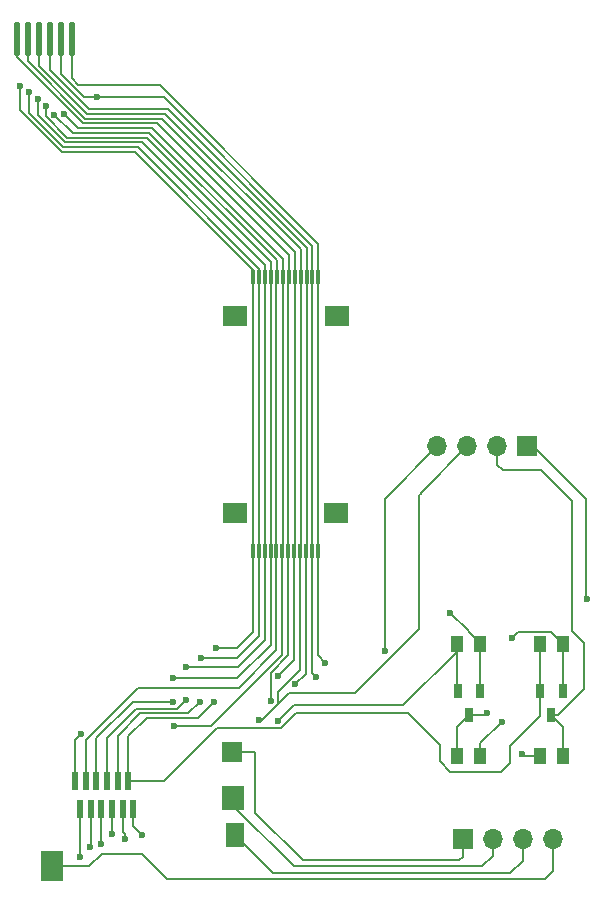
<source format=gbr>
%TF.GenerationSoftware,KiCad,Pcbnew,8.0.4*%
%TF.CreationDate,2025-06-05T19:44:25+01:00*%
%TF.ProjectId,psptvout,70737074-766f-4757-942e-6b696361645f,rev?*%
%TF.SameCoordinates,Original*%
%TF.FileFunction,Copper,L1,Top*%
%TF.FilePolarity,Positive*%
%FSLAX46Y46*%
G04 Gerber Fmt 4.6, Leading zero omitted, Abs format (unit mm)*
G04 Created by KiCad (PCBNEW 8.0.4) date 2025-06-05 19:44:25*
%MOMM*%
%LPD*%
G01*
G04 APERTURE LIST*
G04 Aperture macros list*
%AMRoundRect*
0 Rectangle with rounded corners*
0 $1 Rounding radius*
0 $2 $3 $4 $5 $6 $7 $8 $9 X,Y pos of 4 corners*
0 Add a 4 corners polygon primitive as box body*
4,1,4,$2,$3,$4,$5,$6,$7,$8,$9,$2,$3,0*
0 Add four circle primitives for the rounded corners*
1,1,$1+$1,$2,$3*
1,1,$1+$1,$4,$5*
1,1,$1+$1,$6,$7*
1,1,$1+$1,$8,$9*
0 Add four rect primitives between the rounded corners*
20,1,$1+$1,$2,$3,$4,$5,0*
20,1,$1+$1,$4,$5,$6,$7,0*
20,1,$1+$1,$6,$7,$8,$9,0*
20,1,$1+$1,$8,$9,$2,$3,0*%
G04 Aperture macros list end*
%TA.AperFunction,SMDPad,CuDef*%
%ADD10R,1.132537X1.377013*%
%TD*%
%TA.AperFunction,SMDPad,CuDef*%
%ADD11R,1.775000X1.700000*%
%TD*%
%TA.AperFunction,SMDPad,CuDef*%
%ADD12R,1.925000X2.125000*%
%TD*%
%TA.AperFunction,SMDPad,CuDef*%
%ADD13R,1.900000X2.600000*%
%TD*%
%TA.AperFunction,SMDPad,CuDef*%
%ADD14R,1.625000X2.025000*%
%TD*%
%TA.AperFunction,SMDPad,CuDef*%
%ADD15R,0.600000X1.600000*%
%TD*%
%TA.AperFunction,SMDPad,CuDef*%
%ADD16R,0.700000X1.250013*%
%TD*%
%TA.AperFunction,ComponentPad*%
%ADD17R,1.700000X1.700000*%
%TD*%
%TA.AperFunction,ComponentPad*%
%ADD18O,1.700000X1.700000*%
%TD*%
%TA.AperFunction,SMDPad,CuDef*%
%ADD19RoundRect,0.117500X0.117500X1.332500X-0.117500X1.332500X-0.117500X-1.332500X0.117500X-1.332500X0*%
%TD*%
%TA.AperFunction,SMDPad,CuDef*%
%ADD20R,0.300000X1.200000*%
%TD*%
%TA.AperFunction,SMDPad,CuDef*%
%ADD21R,2.000000X1.800000*%
%TD*%
%TA.AperFunction,ViaPad*%
%ADD22C,0.600000*%
%TD*%
%TA.AperFunction,Conductor*%
%ADD23C,0.200000*%
%TD*%
G04 APERTURE END LIST*
D10*
%TO.P,R2,1,1*%
%TO.N,/PSPRX*%
X205025000Y-114925000D03*
%TO.P,R2,2,2*%
%TO.N,/PSP_UART_VCC*%
X207025000Y-114925000D03*
%TD*%
%TO.P,R1,1,1*%
%TO.N,/OUT_PSPRX*%
X207025000Y-124425000D03*
%TO.P,R1,2,2*%
%TO.N,/OUT_UART_VCC*%
X205025000Y-124425000D03*
%TD*%
D11*
%TO.P,U6,1,1*%
%TO.N,/audio1*%
X179009706Y-124087500D03*
D12*
%TO.P,U6,2,2*%
%TO.N,/audio2*%
X179084706Y-127950000D03*
D13*
%TO.P,U6,3,3*%
%TO.N,/audio3*%
X163772206Y-133737500D03*
D14*
%TO.P,U6,4,4*%
%TO.N,/audio4*%
X179234706Y-131125000D03*
D15*
%TO.P,U6,5,MIC*%
%TO.N,/PSPMICIN*%
X170622206Y-128862500D03*
%TO.P,U6,6,RMC_RXD*%
%TO.N,/PSPTX*%
X169722206Y-128862500D03*
%TO.P,U6,7,DGND*%
%TO.N,/UART_GND*%
X168822206Y-128862500D03*
%TO.P,U6,8,Y*%
%TO.N,/LUMA_Y*%
X167922206Y-128862500D03*
%TO.P,U6,9,VGND*%
%TO.N,/GND*%
X167022206Y-128862500D03*
%TO.P,U6,10,Cr*%
%TO.N,/RED_LUMA_PR*%
X166122206Y-128862500D03*
%TO.P,U6,11,RMC_TXD*%
%TO.N,/PSPRX*%
X170197206Y-126537500D03*
%TO.P,U6,12,RMC_VCC*%
%TO.N,/PSP_UART_VCC*%
X169297206Y-126537500D03*
%TO.P,U6,13,Vid_Detect*%
%TO.N,/PSP_VIDEO_DETECT*%
X168397206Y-126537500D03*
%TO.P,U6,14,Wake*%
%TO.N,/PSP_WAKE*%
X167497206Y-126537500D03*
%TO.P,U6,15,Cb*%
%TO.N,/PSP_BLUE_LUME_PB*%
X166597206Y-126537500D03*
%TO.P,U6,16,VGND*%
%TO.N,/GND*%
X165697206Y-126537500D03*
%TD*%
D16*
%TO.P,U5,1,G*%
%TO.N,/PSP_UART_VCC*%
X200025000Y-118925000D03*
%TO.P,U5,2,S*%
%TO.N,/PSPTX*%
X198125076Y-118925000D03*
%TO.P,U5,3,D*%
%TO.N,/OUT_PSPTX*%
X199075038Y-120925000D03*
%TD*%
%TO.P,U4,1,G*%
%TO.N,/PSP_UART_VCC*%
X206974962Y-118925000D03*
%TO.P,U4,2,S*%
%TO.N,/PSPRX*%
X205075038Y-118925000D03*
%TO.P,U4,3,D*%
%TO.N,/OUT_PSPRX*%
X206025000Y-120925000D03*
%TD*%
D17*
%TO.P,J1,1,Pin_1*%
%TO.N,/audio1*%
X198510000Y-131400000D03*
D18*
%TO.P,J1,2,Pin_2*%
%TO.N,/audio2*%
X201050000Y-131400000D03*
%TO.P,J1,3,Pin_3*%
%TO.N,/audio4*%
X203590000Y-131400000D03*
%TO.P,J1,4,Pin_4*%
%TO.N,/audio3*%
X206130000Y-131400000D03*
%TD*%
D10*
%TO.P,R3,1,1*%
%TO.N,/PSPTX*%
X198025000Y-114925000D03*
%TO.P,R3,2,2*%
%TO.N,/PSP_UART_VCC*%
X200025000Y-114925000D03*
%TD*%
D19*
%TO.P,U1,1,MIC_IN*%
%TO.N,/PSPMICIN*%
X160800500Y-63687500D03*
%TO.P,U1,2,UART4_TX*%
%TO.N,/PSPTX*%
X161720500Y-63687500D03*
%TO.P,U1,3,UART_GND*%
%TO.N,/UART_GND*%
X162640500Y-63687500D03*
%TO.P,U1,4,LUMA_(Y)*%
%TO.N,/LUMA_Y*%
X163560500Y-63687500D03*
%TO.P,U1,5,VIDEO_GND*%
%TO.N,/GND*%
X164480500Y-63687500D03*
%TO.P,U1,6,RED/LUMA_(Pr)*%
%TO.N,/RED_LUMA_PR*%
X165400500Y-63687500D03*
%TD*%
D20*
%TO.P,U2,1,1*%
%TO.N,/RED_LUMA_PR*%
X186300064Y-83875032D03*
%TO.P,U2,2,2*%
%TO.N,/GND*%
X185799936Y-83875032D03*
%TO.P,U2,3,3*%
%TO.N,/LUMA_Y*%
X185300064Y-83875032D03*
%TO.P,U2,4,4*%
%TO.N,/UART_GND*%
X184799936Y-83875032D03*
%TO.P,U2,5,5*%
%TO.N,/PSPTX*%
X184300064Y-83875032D03*
%TO.P,U2,6,6*%
%TO.N,/PSPMICIN*%
X183799936Y-83875032D03*
%TO.P,U2,7,7*%
%TO.N,/GND*%
X183300064Y-83875032D03*
%TO.P,U2,8,8*%
%TO.N,/PSP_BLUE_LUME_PB*%
X182799936Y-83875032D03*
%TO.P,U2,9,9*%
%TO.N,/PSP_WAKE*%
X182300064Y-83875032D03*
%TO.P,U2,10,10*%
%TO.N,/PSP_VIDEO_DETECT*%
X181799936Y-83875032D03*
%TO.P,U2,11,11*%
%TO.N,/PSP_UART_VCC*%
X181300064Y-83875032D03*
%TO.P,U2,12,12*%
%TO.N,/PSPRX*%
X180799936Y-83875032D03*
D21*
%TO.P,U2,13,13*%
%TO.N,unconnected-(U2-Pad13)*%
X179250025Y-87124968D03*
%TO.P,U2,14,14*%
%TO.N,unconnected-(U2-Pad14)*%
X187849975Y-87124968D03*
%TD*%
D10*
%TO.P,R4,1,1*%
%TO.N,/OUT_PSPTX*%
X198025000Y-124425000D03*
%TO.P,R4,2,2*%
%TO.N,/OUT_UART_VCC*%
X200025000Y-124425000D03*
%TD*%
D20*
%TO.P,U3,1,1*%
%TO.N,/PSPRX*%
X180749961Y-107049936D03*
%TO.P,U3,2,2*%
%TO.N,/PSP_UART_VCC*%
X181250089Y-107049936D03*
%TO.P,U3,3,3*%
%TO.N,/PSP_VIDEO_DETECT*%
X181749961Y-107049936D03*
%TO.P,U3,4,4*%
%TO.N,/PSP_WAKE*%
X182250089Y-107049936D03*
%TO.P,U3,5,5*%
%TO.N,/PSP_BLUE_LUME_PB*%
X182749961Y-107049936D03*
%TO.P,U3,6,6*%
%TO.N,/GND*%
X183250089Y-107049936D03*
%TO.P,U3,7,7*%
%TO.N,/PSPMICIN*%
X183749961Y-107049936D03*
%TO.P,U3,8,8*%
%TO.N,/PSPTX*%
X184250089Y-107049936D03*
%TO.P,U3,9,9*%
%TO.N,/UART_GND*%
X184749961Y-107049936D03*
%TO.P,U3,10,10*%
%TO.N,/LUMA_Y*%
X185250089Y-107049936D03*
%TO.P,U3,11,11*%
%TO.N,/GND*%
X185749961Y-107049936D03*
%TO.P,U3,12,12*%
%TO.N,/RED_LUMA_PR*%
X186250089Y-107049936D03*
D21*
%TO.P,U3,13,13*%
%TO.N,unconnected-(U3-Pad13)*%
X187800000Y-103800000D03*
%TO.P,U3,14,14*%
%TO.N,unconnected-(U3-Pad14)*%
X179200050Y-103800000D03*
%TD*%
D17*
%TO.P,J2,1,Pin_1*%
%TO.N,/OUT_PSPTX*%
X204000000Y-98200000D03*
D18*
%TO.P,J2,2,Pin_2*%
%TO.N,/OUT_PSPRX*%
X201460000Y-98200000D03*
%TO.P,J2,3,Pin_3*%
%TO.N,/UART_GND*%
X198920000Y-98200000D03*
%TO.P,J2,4,Pin_4*%
%TO.N,/OUT_UART_VCC*%
X196380000Y-98200000D03*
%TD*%
D22*
%TO.N,/OUT_UART_VCC*%
X191900000Y-115550000D03*
X201825000Y-121525000D03*
X203575000Y-124225000D03*
%TO.N,/PSPRX*%
X177600000Y-115250000D03*
X177450000Y-119850000D03*
X161050000Y-67700000D03*
%TO.N,/PSP_UART_VCC*%
X176400000Y-116100000D03*
X197475000Y-112275000D03*
X202725000Y-114425000D03*
X161800000Y-68200000D03*
X176250000Y-119800000D03*
%TO.N,/PSPTX*%
X182900000Y-121450000D03*
X182900000Y-117600000D03*
X169900000Y-131400000D03*
%TO.N,/OUT_PSPTX*%
X209050000Y-111150000D03*
X200575000Y-120775000D03*
%TO.N,/PSP_BLUE_LUME_PB*%
X163950000Y-70100000D03*
%TO.N,/PSP_WAKE*%
X174000000Y-119800000D03*
X174000000Y-117850000D03*
X163200000Y-69400000D03*
%TO.N,/GND*%
X166200000Y-122550000D03*
X186100000Y-117750000D03*
X167600000Y-68650000D03*
X164748364Y-70048851D03*
X166950000Y-132100000D03*
X174050000Y-121900000D03*
%TO.N,/PSP_VIDEO_DETECT*%
X175100000Y-119650000D03*
X175100000Y-116850000D03*
X162550000Y-68750000D03*
%TO.N,/LUMA_Y*%
X184350000Y-118350000D03*
X167900000Y-131900000D03*
%TO.N,/RED_LUMA_PR*%
X166100000Y-132950000D03*
X186900000Y-116550000D03*
%TO.N,/PSPMICIN*%
X171400000Y-131100000D03*
X182300000Y-119750000D03*
%TO.N,/UART_GND*%
X168850000Y-131000000D03*
X181300000Y-121350000D03*
%TD*%
D23*
%TO.N,/OUT_UART_VCC*%
X200025000Y-123325000D02*
X201825000Y-121525000D01*
X191900000Y-102680000D02*
X196380000Y-98200000D01*
X205025000Y-124425000D02*
X203775000Y-124425000D01*
X203775000Y-124425000D02*
X203575000Y-124225000D01*
X200025000Y-124425000D02*
X200025000Y-123325000D01*
X191900000Y-115550000D02*
X191900000Y-102680000D01*
%TO.N,/OUT_PSPRX*%
X207750000Y-102800000D02*
X205150000Y-100200000D01*
X207025000Y-124425000D02*
X207025000Y-121925000D01*
X206025000Y-120925000D02*
X206575000Y-120925000D01*
X205150000Y-100200000D02*
X201900000Y-100200000D01*
X208775000Y-114820226D02*
X207750000Y-113795226D01*
X206575000Y-120925000D02*
X208775000Y-118725000D01*
X207025000Y-121925000D02*
X206025000Y-120925000D01*
X201900000Y-100200000D02*
X201460000Y-99760000D01*
X208775000Y-118725000D02*
X208775000Y-114820226D01*
X201460000Y-99760000D02*
X201460000Y-98200000D01*
X207750000Y-113795226D02*
X207750000Y-102800000D01*
%TO.N,/PSPRX*%
X184448529Y-120750000D02*
X183148529Y-122050000D01*
X180749961Y-107049936D02*
X180749961Y-83925007D01*
X170197206Y-122752794D02*
X171750000Y-121200000D01*
X161050000Y-69745586D02*
X164554414Y-73250000D01*
X170800000Y-73250000D02*
X180799936Y-83249936D01*
X202525000Y-123575000D02*
X202525000Y-124975000D01*
X164554414Y-73250000D02*
X170800000Y-73250000D01*
X201775000Y-125725000D02*
X197470226Y-125725000D01*
X196620226Y-123475000D02*
X193895226Y-120750000D01*
X173262500Y-126537500D02*
X170197206Y-126537500D01*
X177600000Y-115250000D02*
X179400000Y-115250000D01*
X183148529Y-122050000D02*
X177750000Y-122050000D01*
X180749961Y-83925007D02*
X180799936Y-83875032D01*
X161050000Y-67700000D02*
X161050000Y-69745586D01*
X176100000Y-121200000D02*
X177450000Y-119850000D01*
X180799936Y-83249936D02*
X180799936Y-83875032D01*
X202525000Y-124975000D02*
X201775000Y-125725000D01*
X205025000Y-118874962D02*
X205075038Y-118925000D01*
X177750000Y-122050000D02*
X173262500Y-126537500D01*
X197470226Y-125725000D02*
X196620226Y-124875000D01*
X205025000Y-114925000D02*
X205025000Y-118874962D01*
X205075038Y-118925000D02*
X205075038Y-121024962D01*
X171750000Y-121200000D02*
X176100000Y-121200000D01*
X193895226Y-120750000D02*
X184448529Y-120750000D01*
X205075038Y-121024962D02*
X202525000Y-123575000D01*
X179400000Y-115250000D02*
X180749961Y-113900039D01*
X180749961Y-113900039D02*
X180749961Y-107049936D01*
X196620226Y-124875000D02*
X196620226Y-123475000D01*
X170197206Y-126537500D02*
X170197206Y-122752794D01*
%TO.N,/PSP_UART_VCC*%
X206036494Y-113936494D02*
X203213506Y-113936494D01*
X164720099Y-72850000D02*
X171000000Y-72850000D01*
X169297206Y-122702794D02*
X169297206Y-126537500D01*
X161800000Y-69929901D02*
X164720099Y-72850000D01*
X181300064Y-83150064D02*
X181300064Y-83875032D01*
X181300064Y-106999961D02*
X181250089Y-107049936D01*
X199036494Y-113836494D02*
X199036494Y-113936494D01*
X175250000Y-120800000D02*
X171200000Y-120800000D01*
X161800000Y-68200000D02*
X161800000Y-69929901D01*
X181300064Y-83875032D02*
X181300064Y-106999961D01*
X171200000Y-120800000D02*
X169297206Y-122702794D01*
X207025000Y-114925000D02*
X206036494Y-113936494D01*
X176250000Y-119800000D02*
X175250000Y-120800000D01*
X199036494Y-113936494D02*
X200025000Y-114925000D01*
X203213506Y-113936494D02*
X202725000Y-114425000D01*
X207025000Y-118874962D02*
X206974962Y-118925000D01*
X207025000Y-114925000D02*
X207025000Y-118874962D01*
X197475000Y-112275000D02*
X199036494Y-113836494D01*
X179400000Y-116100000D02*
X181250089Y-114249911D01*
X200025000Y-114925000D02*
X200025000Y-118925000D01*
X171000000Y-72850000D02*
X181300064Y-83150064D01*
X181250089Y-107049936D02*
X181250089Y-114249911D01*
X179400000Y-116100000D02*
X176400000Y-116100000D01*
%TO.N,/PSPTX*%
X166900000Y-70450000D02*
X173050000Y-70450000D01*
X184300064Y-106999961D02*
X184250089Y-107049936D01*
X169900000Y-131400000D02*
X169900000Y-131050000D01*
X184250000Y-120100000D02*
X193500076Y-120100000D01*
X166563728Y-70450000D02*
X166563728Y-70449999D01*
X193500076Y-120100000D02*
X198025000Y-115575076D01*
X184250089Y-107049936D02*
X184250089Y-116249911D01*
X161720500Y-65606771D02*
X166563729Y-70450000D01*
X173050000Y-70450000D02*
X184300064Y-81700064D01*
X182900000Y-121450000D02*
X184250000Y-120100000D01*
X161720500Y-63687500D02*
X161720500Y-65606771D01*
X184300064Y-81700064D02*
X184300064Y-83875032D01*
X169900000Y-131050000D02*
X169722206Y-130872206D01*
X166563729Y-70450000D02*
X166900000Y-70450000D01*
X198025000Y-115575076D02*
X198025000Y-114925000D01*
X184300064Y-83875032D02*
X184300064Y-106999961D01*
X169722206Y-130872206D02*
X169722206Y-128862500D01*
X198025000Y-114925000D02*
X198025000Y-118824924D01*
X166563728Y-70450000D02*
X166900000Y-70450000D01*
X184250089Y-116249911D02*
X182900000Y-117600000D01*
X198025000Y-118824924D02*
X198125076Y-118925000D01*
%TO.N,/OUT_PSPTX*%
X198025000Y-124425000D02*
X198025000Y-121975038D01*
X199075038Y-120925000D02*
X200425000Y-120925000D01*
X208950000Y-111050000D02*
X208950000Y-102650000D01*
X198025000Y-121975038D02*
X199075038Y-120925000D01*
X200425000Y-120925000D02*
X200575000Y-120775000D01*
X208950000Y-102650000D02*
X204500000Y-98200000D01*
X204500000Y-98200000D02*
X204000000Y-98200000D01*
X209050000Y-111150000D02*
X208950000Y-111050000D01*
%TO.N,/PSP_BLUE_LUME_PB*%
X182799936Y-82449936D02*
X182799936Y-83875032D01*
X166597206Y-123052794D02*
X171000000Y-118650000D01*
X182749961Y-115450039D02*
X182749961Y-107049936D01*
X179550000Y-118650000D02*
X182749961Y-115450039D01*
X171000000Y-118650000D02*
X179550000Y-118650000D01*
X182749961Y-83925007D02*
X182799936Y-83875032D01*
X163950000Y-70100000D02*
X165500000Y-71650000D01*
X166597206Y-126537500D02*
X166597206Y-123052794D01*
X182749961Y-107049936D02*
X182749961Y-83925007D01*
X172000000Y-71650000D02*
X182799936Y-82449936D01*
X165500000Y-71650000D02*
X172000000Y-71650000D01*
%TO.N,/PSP_WAKE*%
X182250089Y-115049911D02*
X182250089Y-107049936D01*
X170600000Y-119800000D02*
X174000000Y-119800000D01*
X174000000Y-117850000D02*
X179450000Y-117850000D01*
X179450000Y-117850000D02*
X182250089Y-115049911D01*
X165051471Y-72050000D02*
X171800000Y-72050000D01*
X167497206Y-122902794D02*
X170600000Y-119800000D01*
X163200000Y-70198529D02*
X165051471Y-72050000D01*
X182300064Y-106999961D02*
X182250089Y-107049936D01*
X182300064Y-83875032D02*
X182300064Y-106999961D01*
X182300064Y-82550064D02*
X182300064Y-83875032D01*
X171800000Y-72050000D02*
X182300064Y-82550064D01*
X167497206Y-126537500D02*
X167497206Y-122902794D01*
X163200000Y-69400000D02*
X163200000Y-70198529D01*
%TO.N,/GND*%
X183300064Y-106999961D02*
X183250089Y-107049936D01*
X164480500Y-66669714D02*
X166460786Y-68650000D01*
X167022206Y-132027794D02*
X167022206Y-128862500D01*
X166200000Y-122550000D02*
X165697206Y-123052794D01*
X185749961Y-117399961D02*
X185749961Y-107049936D01*
X165697206Y-123052794D02*
X165697206Y-126537500D01*
X165949513Y-71250000D02*
X172250000Y-71250000D01*
X172250000Y-71250000D02*
X183300064Y-82300064D01*
X185749961Y-107049936D02*
X185749961Y-83925007D01*
X164748364Y-70048851D02*
X165949513Y-71250000D01*
X185749961Y-83925007D02*
X185799936Y-83875032D01*
X183250089Y-115835696D02*
X183250089Y-107049936D01*
X174050000Y-121900000D02*
X177185785Y-121900000D01*
X166460786Y-68650000D02*
X167600000Y-68650000D01*
X177185785Y-121900000D02*
X183250089Y-115835696D01*
X186100000Y-117750000D02*
X185749961Y-117399961D01*
X173200000Y-68650000D02*
X185799936Y-81249936D01*
X185799936Y-81249936D02*
X185799936Y-83875032D01*
X166950000Y-132100000D02*
X167022206Y-132027794D01*
X183300064Y-82300064D02*
X183300064Y-83875032D01*
X167600000Y-68650000D02*
X173200000Y-68650000D01*
X183300064Y-83875032D02*
X183300064Y-106999961D01*
X164480500Y-63687500D02*
X164480500Y-66669714D01*
%TO.N,/PSP_VIDEO_DETECT*%
X181799936Y-82849936D02*
X181799936Y-83875032D01*
X179500000Y-116850000D02*
X181749961Y-114600039D01*
X168397206Y-122852794D02*
X170850000Y-120400000D01*
X181749961Y-107049936D02*
X181749961Y-83925007D01*
X162550000Y-68750000D02*
X162550000Y-70114215D01*
X170850000Y-120400000D02*
X174350000Y-120400000D01*
X164885785Y-72450000D02*
X171400000Y-72450000D01*
X181749961Y-114600039D02*
X181749961Y-107049936D01*
X168397206Y-126537500D02*
X168397206Y-122852794D01*
X162550000Y-70114215D02*
X164885785Y-72450000D01*
X171400000Y-72450000D02*
X181799936Y-82849936D01*
X175100000Y-116850000D02*
X179500000Y-116850000D01*
X174350000Y-120400000D02*
X175100000Y-119650000D01*
X181749961Y-83925007D02*
X181799936Y-83875032D01*
%TO.N,/LUMA_Y*%
X167922206Y-131477794D02*
X167922206Y-128862500D01*
X185300064Y-81400064D02*
X185300064Y-83875032D01*
X184350000Y-118350000D02*
X185250089Y-117449911D01*
X166895100Y-69650000D02*
X173550000Y-69650000D01*
X185300064Y-106999961D02*
X185250089Y-107049936D01*
X173550000Y-69650000D02*
X185300064Y-81400064D01*
X167900000Y-131900000D02*
X167900000Y-131500000D01*
X163560500Y-66315400D02*
X166895100Y-69650000D01*
X163560500Y-63687500D02*
X163560500Y-66315400D01*
X185250089Y-117449911D02*
X185250089Y-107049936D01*
X167900000Y-131500000D02*
X167922206Y-131477794D01*
X185300064Y-83875032D02*
X185300064Y-106999961D01*
%TO.N,/RED_LUMA_PR*%
X166122206Y-128862500D02*
X166122206Y-132927794D01*
X186300064Y-83875032D02*
X186300064Y-106999961D01*
X165976472Y-67600000D02*
X165400500Y-67024028D01*
X186300064Y-106999961D02*
X186250089Y-107049936D01*
X186250089Y-115900089D02*
X186250089Y-107049936D01*
X165976472Y-67600000D02*
X172850000Y-67600000D01*
X172850000Y-67600000D02*
X186300064Y-81050064D01*
X166122206Y-132927794D02*
X166100000Y-132950000D01*
X186300064Y-81050064D02*
X186300064Y-83875032D01*
X165400500Y-67024028D02*
X165400500Y-63687500D01*
X186900000Y-116550000D02*
X186250089Y-115900089D01*
%TO.N,/PSPMICIN*%
X166398042Y-70850000D02*
X172650000Y-70850000D01*
X166398042Y-70850000D02*
X160800500Y-65252458D01*
X183799936Y-81999936D02*
X183799936Y-83875032D01*
X183749961Y-83925007D02*
X183799936Y-83875032D01*
X160800500Y-65252458D02*
X160800500Y-63687500D01*
X183749961Y-115901510D02*
X182300000Y-117351471D01*
X183749961Y-107049936D02*
X183749961Y-115901510D01*
X171400000Y-131100000D02*
X170622206Y-130322206D01*
X170622206Y-130322206D02*
X170622206Y-128862500D01*
X182300000Y-117351471D02*
X182300000Y-119750000D01*
X172650000Y-70850000D02*
X183799936Y-81999936D01*
X183749961Y-107049936D02*
X183749961Y-83925007D01*
%TO.N,/audio4*%
X182459706Y-134350000D02*
X202500000Y-134350000D01*
X202500000Y-134350000D02*
X203590000Y-133260000D01*
X203590000Y-133260000D02*
X203590000Y-131400000D01*
X179234706Y-131125000D02*
X182459706Y-134350000D01*
%TO.N,/audio3*%
X166915213Y-133737500D02*
X167952713Y-132700000D01*
X167952713Y-132700000D02*
X171350000Y-132700000D01*
X206130000Y-134120000D02*
X206130000Y-131400000D01*
X163772206Y-133737500D02*
X166915213Y-133737500D01*
X173450000Y-134800000D02*
X205450000Y-134800000D01*
X205450000Y-134800000D02*
X206130000Y-134120000D01*
X171350000Y-132700000D02*
X173450000Y-134800000D01*
%TO.N,/audio2*%
X200150000Y-133750000D02*
X201050000Y-132850000D01*
X184200000Y-133750000D02*
X200150000Y-133750000D01*
X201050000Y-132850000D02*
X201050000Y-131400000D01*
X179084706Y-128634706D02*
X184200000Y-133750000D01*
X179084706Y-127950000D02*
X179084706Y-128634706D01*
%TO.N,/audio1*%
X185000000Y-133250000D02*
X198200000Y-133250000D01*
X198510000Y-132940000D02*
X198510000Y-131400000D01*
X180950000Y-124050000D02*
X180950000Y-129200000D01*
X179009706Y-124087500D02*
X179047206Y-124050000D01*
X180950000Y-129200000D02*
X185000000Y-133250000D01*
X179047206Y-124050000D02*
X180950000Y-124050000D01*
X198200000Y-133250000D02*
X198510000Y-132940000D01*
%TO.N,/UART_GND*%
X162640500Y-65961086D02*
X166729414Y-70050000D01*
X162640500Y-63687500D02*
X162640500Y-65961086D01*
X194950000Y-102170000D02*
X194950000Y-102200000D01*
X194800000Y-113650000D02*
X189400000Y-119050000D01*
X184749961Y-117101510D02*
X182900000Y-118951471D01*
X184799936Y-106999961D02*
X184749961Y-107049936D01*
X194950000Y-102200000D02*
X194800000Y-102350000D01*
X184799936Y-81499936D02*
X184799936Y-83875032D01*
X182900000Y-118951471D02*
X182900000Y-120000000D01*
X168850000Y-131000000D02*
X168850000Y-130650000D01*
X184749961Y-107049936D02*
X184749961Y-117101510D01*
X194800000Y-102350000D02*
X194800000Y-113650000D01*
X182825000Y-120075000D02*
X181550000Y-121350000D01*
X198920000Y-98200000D02*
X194950000Y-102170000D01*
X166729414Y-70050000D02*
X173350000Y-70050000D01*
X184799936Y-83875032D02*
X184799936Y-106999961D01*
X181550000Y-121350000D02*
X181300000Y-121350000D01*
X183850000Y-119050000D02*
X182825000Y-120075000D01*
X189400000Y-119050000D02*
X183850000Y-119050000D01*
X168850000Y-130650000D02*
X168822206Y-130622206D01*
X173350000Y-70050000D02*
X184799936Y-81499936D01*
X168822206Y-130622206D02*
X168822206Y-128862500D01*
X184749961Y-83925007D02*
X184799936Y-83875032D01*
X182900000Y-120000000D02*
X182825000Y-120075000D01*
%TD*%
M02*

</source>
